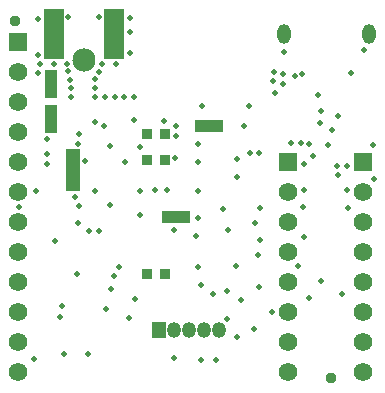
<source format=gbr>
%TF.GenerationSoftware,Altium Limited,Altium Designer,18.1.6 (161)*%
G04 Layer_Color=8388736*
%FSLAX26Y26*%
%MOIN*%
%TF.FileFunction,Soldermask,Top*%
%TF.Part,Single*%
G01*
G75*
%TA.AperFunction,NonConductor*%
%ADD56R,0.033000X0.042000*%
%ADD57R,0.047244X0.086614*%
%TA.AperFunction,FiducialPad,Global*%
%ADD63C,0.037795*%
%TA.AperFunction,SMDPad,CuDef*%
%ADD71R,0.066299X0.166299*%
%ADD74R,0.040299X0.036299*%
%ADD75R,0.036299X0.040299*%
%ADD77R,0.045669X0.045669*%
%TA.AperFunction,ComponentPad*%
%ADD78R,0.061299X0.061299*%
%ADD79C,0.061299*%
%ADD80O,0.046299X0.053543*%
%ADD81R,0.046299X0.053543*%
%ADD82C,0.077299*%
%ADD83O,0.045669X0.065354*%
%TA.AperFunction,ViaPad*%
%ADD84C,0.018110*%
%TA.AperFunction,NonConductor*%
%ADD85R,0.042000X0.033000*%
%TA.AperFunction,SMDPad,CuDef*%
%ADD86R,0.037795X0.037795*%
D56*
X685500Y869000D02*
D03*
X574500Y565000D02*
D03*
D57*
X231000Y723002D02*
D03*
D63*
X1092824Y30000D02*
D03*
X40000Y1220000D02*
D03*
D71*
X369000Y1175000D02*
D03*
X169000D02*
D03*
D74*
X159000Y980000D02*
D03*
Y1040000D02*
D03*
Y863000D02*
D03*
Y923000D02*
D03*
D75*
X717000Y869000D02*
D03*
X657000D02*
D03*
X606000Y565000D02*
D03*
X546000D02*
D03*
D77*
X231000Y675756D02*
D03*
Y723000D02*
D03*
Y770244D02*
D03*
D78*
X1200000Y750000D02*
D03*
X950000D02*
D03*
X49997Y1150003D02*
D03*
D79*
X1200000Y550000D02*
D03*
Y450000D02*
D03*
Y650000D02*
D03*
Y350000D02*
D03*
Y250000D02*
D03*
Y150000D02*
D03*
Y50000D02*
D03*
X950000Y550000D02*
D03*
Y450000D02*
D03*
Y650000D02*
D03*
Y350000D02*
D03*
Y250000D02*
D03*
Y150000D02*
D03*
Y50000D02*
D03*
X49997Y1050003D02*
D03*
Y950003D02*
D03*
Y650003D02*
D03*
Y850003D02*
D03*
Y750003D02*
D03*
Y550003D02*
D03*
X50000Y150000D02*
D03*
Y50000D02*
D03*
X49997Y450003D02*
D03*
Y350003D02*
D03*
Y250003D02*
D03*
D80*
X670000Y190000D02*
D03*
X620000D02*
D03*
X720000D02*
D03*
X570000D02*
D03*
D81*
X520000D02*
D03*
D82*
X269000Y1090000D02*
D03*
D83*
X934748Y1175000D02*
D03*
X1219000D02*
D03*
D84*
X333794Y868252D02*
D03*
X801000Y871000D02*
D03*
X436000Y889000D02*
D03*
X535000Y886000D02*
D03*
X575000Y869000D02*
D03*
X905000Y980000D02*
D03*
X931000Y1042000D02*
D03*
X900000Y1021000D02*
D03*
X901575Y1051181D02*
D03*
X931496Y1010504D02*
D03*
X973000Y1035000D02*
D03*
X995000Y1043000D02*
D03*
X145000Y825000D02*
D03*
X748000Y522000D02*
D03*
X839000Y547000D02*
D03*
X273000Y752000D02*
D03*
X145000Y776000D02*
D03*
X733608Y593000D02*
D03*
X572000Y763000D02*
D03*
X576000Y835000D02*
D03*
X1083000Y807000D02*
D03*
X641000Y503000D02*
D03*
X568000Y522000D02*
D03*
X172000Y488000D02*
D03*
X109000Y652000D02*
D03*
X53000Y600000D02*
D03*
X237441Y633000D02*
D03*
X456000Y800000D02*
D03*
X253000Y604000D02*
D03*
X305000Y884000D02*
D03*
X253000Y842000D02*
D03*
X250000Y810000D02*
D03*
X145000Y743894D02*
D03*
X649000Y653000D02*
D03*
X650000Y750000D02*
D03*
Y562000D02*
D03*
X121000Y1076504D02*
D03*
X114000Y1045000D02*
D03*
X1202000Y1122000D02*
D03*
X853248Y780000D02*
D03*
X821752D02*
D03*
X1054000Y881000D02*
D03*
X1058000Y919000D02*
D03*
X793315Y291315D02*
D03*
X1232000Y808000D02*
D03*
X1234000Y692000D02*
D03*
X1113000Y737000D02*
D03*
X1145000Y736000D02*
D03*
X993000Y813000D02*
D03*
X1059000Y352000D02*
D03*
X1116000Y904000D02*
D03*
X570000Y98000D02*
D03*
X328000Y1075000D02*
D03*
X318000Y1049000D02*
D03*
X935000Y1118000D02*
D03*
X305000Y1025000D02*
D03*
Y995000D02*
D03*
X307000Y966000D02*
D03*
X212000Y1078000D02*
D03*
X217000Y1052000D02*
D03*
X222000Y1023000D02*
D03*
X225000Y995000D02*
D03*
Y965000D02*
D03*
X780000Y700000D02*
D03*
X357000Y605000D02*
D03*
X250000Y545000D02*
D03*
X307000Y653000D02*
D03*
X504000Y655000D02*
D03*
X357000Y802000D02*
D03*
X405000Y750000D02*
D03*
X455000Y654000D02*
D03*
X370000Y370000D02*
D03*
X650000Y810000D02*
D03*
X320163Y519606D02*
D03*
X285000Y520000D02*
D03*
X420000Y230000D02*
D03*
X700000Y310000D02*
D03*
X660000Y90000D02*
D03*
X710000D02*
D03*
X780000Y165000D02*
D03*
Y760000D02*
D03*
X650000Y400000D02*
D03*
X660000Y340000D02*
D03*
X960000Y814000D02*
D03*
X1002000Y655000D02*
D03*
X818000Y935000D02*
D03*
X662000D02*
D03*
X854000Y595000D02*
D03*
X1144000Y656000D02*
D03*
X1150000Y598000D02*
D03*
X1020000Y810000D02*
D03*
X1114000Y706000D02*
D03*
X1000000Y600000D02*
D03*
X1002000Y500000D02*
D03*
X981000Y402000D02*
D03*
X1128000Y310000D02*
D03*
X854000Y488910D02*
D03*
X850000Y439000D02*
D03*
X852000Y334000D02*
D03*
X776000Y403000D02*
D03*
X1020000Y297000D02*
D03*
X894000Y250000D02*
D03*
X836000Y194000D02*
D03*
X746000Y321000D02*
D03*
X747000Y227000D02*
D03*
X386000Y399000D02*
D03*
X245000Y378000D02*
D03*
X103000Y94000D02*
D03*
X203000Y110000D02*
D03*
X282000D02*
D03*
X197000Y269000D02*
D03*
X341000Y261000D02*
D03*
X116000Y1228000D02*
D03*
X115000Y1108000D02*
D03*
X423000Y1230000D02*
D03*
X421000Y1183000D02*
D03*
Y1112000D02*
D03*
X376000Y1075000D02*
D03*
X168000D02*
D03*
X320000Y1232000D02*
D03*
X217000Y1233000D02*
D03*
X338000Y966000D02*
D03*
X371000D02*
D03*
X402000D02*
D03*
X435000D02*
D03*
X455000Y573000D02*
D03*
X544000Y655000D02*
D03*
X190000Y233000D02*
D03*
X358000Y325000D02*
D03*
X438000Y294000D02*
D03*
X1047244Y972441D02*
D03*
X1157675Y1047277D02*
D03*
X1033000Y770000D02*
D03*
X1003000Y742000D02*
D03*
X1095000Y855000D02*
D03*
D85*
X159000Y1011500D02*
D03*
Y891500D02*
D03*
D86*
X540242Y757675D02*
D03*
X477250D02*
D03*
X540242Y375000D02*
D03*
X477250D02*
D03*
X540242Y843675D02*
D03*
X477250D02*
D03*
%TF.MD5,f2fa2f939cfa9c2372b9a90590a94036*%
M02*

</source>
